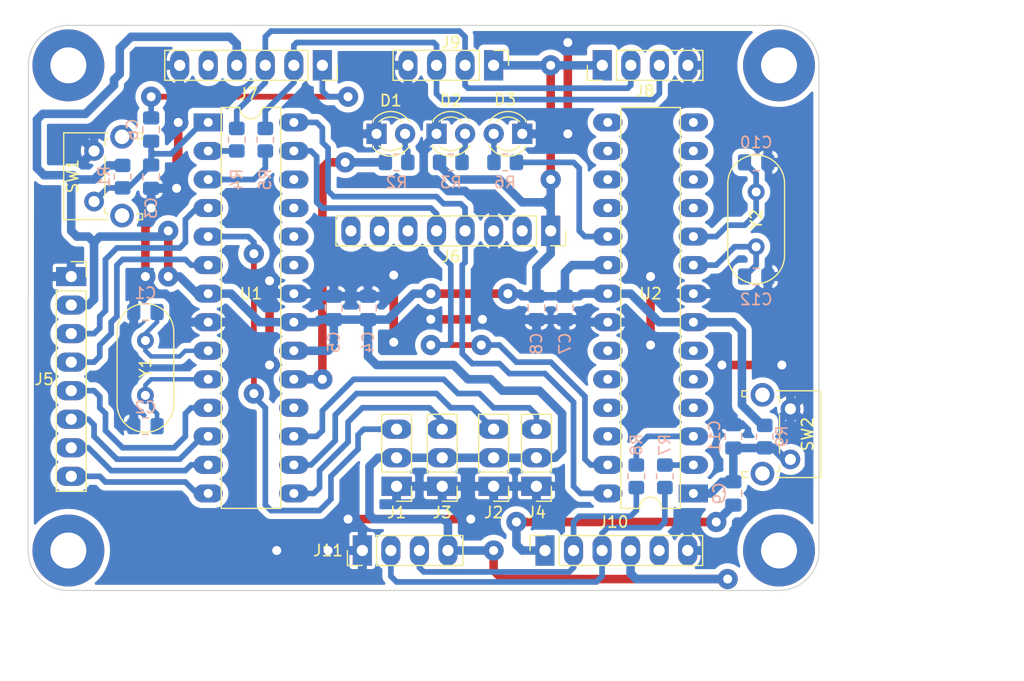
<source format=kicad_pcb>
(kicad_pcb (version 20221018) (generator pcbnew)
  (layers (0 "F.Cu" signal) (31 "B.Cu" signal) (34 "B.Paste" user) (35 "F.Paste" user) (36 "B.SilkS" user "B.Silkscreen") (37 "F.SilkS" user "F.Silkscreen") (38 "B.Mask" user) (39 "F.Mask" user) (44 "Edge.Cuts" user))
  (net 0 "")
  (net 1 "Net-(U1-XTAL1{slash}PB6)")
  (net 2 "GND")
  (net 3 "Net-(U1-XTAL2{slash}PB7)")
  (net 4 "/MAIN CONTROLLER/RST")
  (net 5 "+5V")
  (net 6 "/MAIN CONTROLLER/DTR")
  (net 7 "/GPS/DTR")
  (net 8 "/GPS/RST")
  (net 9 "Net-(U2-XTAL2{slash}PB7)")
  (net 10 "Net-(U2-XTAL1{slash}PB6)")
  (net 11 "Net-(D1-A)")
  (net 12 "Net-(D2-A)")
  (net 13 "Net-(D3-A)")
  (net 14 "/MAIN CONTROLLER/D3")
  (net 15 "/MAIN CONTROLLER/D10")
  (net 16 "/MAIN CONTROLLER/D9")
  (net 17 "/MAIN CONTROLLER/D11")
  (net 18 "/MAIN CONTROLLER/D2")
  (net 19 "/MAIN CONTROLLER/D4")
  (net 20 "/MAIN CONTROLLER/D5")
  (net 21 "/MAIN CONTROLLER/D6")
  (net 22 "/MAIN CONTROLLER/D7")
  (net 23 "/MAIN CONTROLLER/D8")
  (net 25 "SCL")
  (net 26 "SDA")
  (net 30 "/MAIN CONTROLLER/TX")
  (net 31 "/MAIN CONTROLLER/RX")
  (net 33 "/GPS/TX")
  (net 34 "/GPS/RX")
  (net 36 "/MAIN CONTROLLER/SCK")
  (net 37 "Net-(U1-PD0)")
  (net 38 "Net-(U1-PD1)")
  (net 39 "/GPS/SCK")
  (net 40 "Net-(U2-PD0)")
  (net 41 "Net-(U2-PD1)")
  (net 42 "/MAIN CONTROLLER/MISO")
  (net 43 "/MAIN CONTROLLER/A0")
  (net 44 "/MAIN CONTROLLER/A1")
  (net 45 "/MAIN CONTROLLER/A2")
  (net 46 "/MAIN CONTROLLER/A3")
  (net 47 "/GPS/D2")
  (net 48 "/GPS/D3")
  (net 49 "/GPS/D4")
  (net 50 "/GPS/D5")
  (net 51 "/GPS/D6")
  (net 52 "/GPS/D7")
  (net 53 "/GPS/D8")
  (net 54 "/GPS/D9")
  (net 55 "/GPS/D10")
  (net 56 "/GPS/MOSI")
  (net 57 "/GPS/MISO")
  (net 58 "/GPS/A0")
  (net 59 "/GPS/A1")
  (net 60 "/GPS/A2")
  (net 61 "/GPS/A3")
  (footprint "MountingHole:MountingHole_3.2mm_M3_Pad" (layer "F.Cu") (at 81.534 58.42)
    (fp_text reference "H1" hide)
    (fp_text value "MountingHole")
  )
  (footprint "Button_Switch_THT:SW_Tactile_SPST_Angled_PTS645Vx58-2LFS" (layer "F.Cu") (at 145.796 88.9935 -90)
    (fp_text reference "SW2")
    (fp_text value "SW_SPST")
  )
  (footprint "Connector_PinSocket_2.54mm:PinSocket_1x06_P2.54mm_Vertical" (layer "F.Cu") (at 123.952 101.6 90)
    (fp_text reference "J10")
    (fp_text value "FTDI BREAKOUT BOARD")
  )
  (footprint "Connector_PinHeader_2.54mm:PinHeader_1x04_P2.54mm_Vertical" (layer "F.Cu") (at 107.696 101.6 90)
    (fp_text reference "J11")
    (fp_text value "GPS INPUT")
  )
  (footprint "LED_THT:LED_D3.0mm" (layer "F.Cu") (at 114.3 64.516)
    (fp_text reference "D2")
    (fp_text value "LED_Small")
  )
  (footprint "Connector_PinSocket_2.54mm:PinSocket_1x08_P2.54mm_Vertical" (layer "F.Cu") (at 81.788 77.216)
    (fp_text reference "J5")
    (fp_text value "RC TRANSMITTER")
  )
  (footprint "Package_DIP:DIP-28_W7.62mm" (layer "F.Cu") (at 137.16 96.52 180)
    (fp_text reference "U2")
    (fp_text value "ATmega328P-P")
  )
  (footprint "Package_DIP:DIP-28_W7.62mm" (layer "F.Cu") (at 93.98 63.5)
    (fp_text reference "U1")
    (fp_text value "ATmega328P-P")
  )
  (footprint "Connector_PinHeader_2.54mm:PinHeader_1x04_P2.54mm_Vertical" (layer "F.Cu") (at 119.38 58.42 -90)
    (fp_text reference "J9")
    (fp_text value "TRANSMITTER 2")
  )
  (footprint "Connector_PinSocket_2.54mm:PinSocket_1x06_P2.54mm_Vertical" (layer "F.Cu") (at 104.14 58.42 -90)
    (fp_text reference "J7")
    (fp_text value "FTDI")
  )
  (footprint "Crystal:Crystal_HC49-4H_Vertical" (layer "F.Cu") (at 88.392 87.794 90)
    (fp_text reference "Y1")
    (fp_text value "CRYSTAL 16MHz")
  )
  (footprint "Connector_PinSocket_2.54mm:PinSocket_1x08_P2.54mm_Vertical" (layer "F.Cu") (at 124.46 73.152 -90)
    (fp_text reference "J6")
    (fp_text value "IMU GY88-A")
  )
  (footprint "Button_Switch_THT:SW_Tactile_SPST_Angled_PTS645Vx58-2LFS" (layer "F.Cu") (at 83.82 70.54 90)
    (fp_text reference "SW1")
    (fp_text value "SW_SPST")
  )
  (footprint "Connector_PinHeader_2.54mm:PinHeader_1x03_P2.54mm_Vertical" (layer "F.Cu") (at 110.744 95.885 180)
    (fp_text reference "J1")
    (fp_text value "Conn_01x03_Pin")
  )
  (footprint "Connector_PinHeader_2.54mm:PinHeader_1x03_P2.54mm_Vertical" (layer "F.Cu") (at 114.808 95.885 180)
    (fp_text reference "J3")
    (fp_text value "Conn_01x03_Pin")
  )
  (footprint "LED_THT:LED_D3.0mm" (layer "F.Cu") (at 121.93 64.516 180)
    (fp_text reference "D3")
    (fp_text value "LED_Small")
  )
  (footprint "Connector_PinHeader_2.54mm:PinHeader_1x03_P2.54mm_Vertical" (layer "F.Cu") (at 123.19 95.885 180)
    (fp_text reference "J4")
    (fp_text value "Conn_01x03_Pin")
  )
  (footprint "Crystal:Crystal_HC49-4H_Vertical" (layer "F.Cu") (at 142.748 69.686 -90)
    (fp_text reference "Y2")
    (fp_text value "16 MHz")
  )
  (footprint "Connector_PinHeader_2.54mm:PinHeader_1x03_P2.54mm_Vertical" (layer "F.Cu") (at 119.38 95.885 180)
    (fp_text reference "J2")
    (fp_text value "Conn_01x03_Pin")
  )
  (footprint "Connector_PinHeader_2.54mm:PinHeader_1x04_P2.54mm_Vertical" (layer "F.Cu") (at 129.052 58.42 90)
    (fp_text reference "J8")
    (fp_text value "TRANSMITTER 1")
  )
  (footprint "MountingHole:MountingHole_3.2mm_M3_Pad" (layer "F.Cu") (at 81.534 101.6)
    (fp_text reference "H4" hide)
    (fp_text value "MountingHole")
  )
  (footprint "LED_THT:LED_D3.0mm" (layer "F.Cu") (at 108.961 64.516)
    (fp_text reference "D1")
    (fp_text value "LED_Small")
  )
  (footprint "MountingHole:MountingHole_3.2mm_M3_Pad" (layer "F.Cu") (at 144.78 58.42)
    (fp_text reference "H2" hide)
    (fp_text value "MountingHole")
  )
  (footprint "MountingHole:MountingHole_3.2mm_M3_Pad" (layer "F.Cu") (at 144.78 101.6)
    (fp_text reference "H3" hide)
    (fp_text value "MountingHole")
  )
  (footprint "Capacitor_SMD:C_0805_2012Metric_Pad1.18x1.45mm_HandSolder" (layer "B.Cu") (at 123.19 80.01 -90)
    (fp_text reference "C8")
    (fp_text value "10uF")
  )
  (footprint "Capacitor_SMD:C_0805_2012Metric_Pad1.18x1.45mm_HandSolder" (layer "B.Cu") (at 88.392 90.534 180)
    (fp_text reference "C2")
    (fp_text value "22nF")
  )
  (footprint "Resistor_SMD:R_0805_2012Metric_Pad1.20x1.40mm_HandSolder" (layer "B.Cu") (at 134.62 94.996 -90)
    (fp_text reference "R7")
    (fp_text value "1K")
  )
  (footprint "Resistor_SMD:R_0805_2012Metric_Pad1.20x1.40mm_HandSolder" (layer "B.Cu") (at 132.08 94.996 -90)
    (fp_text reference "R8")
    (fp_text value "1K")
  )
  (footprint "Capacitor_SMD:C_0805_2012Metric_Pad1.18x1.45mm_HandSolder" (layer "B.Cu") (at 125.73 80.01 -90)
    (fp_text reference "C7")
    (fp_text value "100nF")
  )
  (footprint "Resistor_SMD:R_0805_2012Metric_Pad1.20x1.40mm_HandSolder" (layer "B.Cu") (at 110.744 67.056)
    (fp_text reference "R2")
    (fp_text value "330R")
  )
  (footprint "Resistor_SMD:R_0805_2012Metric_Pad1.20x1.40mm_HandSolder" (layer "B.Cu") (at 99.06 65.04 90)
    (fp_text reference "R5")
    (fp_text value "1K")
  )
  (footprint "Capacitor_SMD:C_0805_2012Metric_Pad1.18x1.45mm_HandSolder" (layer "B.Cu") (at 140.716 91.44 -90)
    (fp_text reference "C11")
    (fp_text value "100nF")
  )
  (footprint "Resistor_SMD:R_0805_2012Metric_Pad1.20x1.40mm_HandSolder" (layer "B.Cu") (at 143.51 91.4615 -90)
    (fp_text reference "R9")
    (fp_text value "10K")
  )
  (footprint "Capacitor_SMD:C_0805_2012Metric_Pad1.18x1.45mm_HandSolder" (layer "B.Cu") (at 108.204 80.01 90)
    (fp_text reference "C4")
    (fp_text value "10uF")
  )
  (footprint "Resistor_SMD:R_0805_2012Metric_Pad1.20x1.40mm_HandSolder" (layer "B.Cu") (at 115.57 67.056)
    (fp_text reference "R3")
    (fp_text value "330R")
  )
  (footprint "Resistor_SMD:R_0805_2012Metric_Pad1.20x1.40mm_HandSolder" (layer "B.Cu") (at 96.52 65.04 90)
    (fp_text reference "R4")
    (fp_text value "1K")
  )
  (footprint "Capacitor_SMD:C_0805_2012Metric_Pad1.18x1.45mm_HandSolder" (layer "B.Cu") (at 105.156 80.01 90)
    (fp_text reference "C5")
    (fp_text value "100nF")
  )
  (footprint "Capacitor_SMD:C_0805_2012Metric_Pad1.18x1.45mm_HandSolder" (layer "B.Cu") (at 142.748 67.056)
    (fp_text reference "C10")
    (fp_text value "22pF")
  )
  (footprint "Capacitor_SMD:C_0805_2012Metric_Pad1.18x1.45mm_HandSolder" (layer "B.Cu") (at 88.9 68.326 -90)
    (fp_text reference "C3")
    (fp_text value "100nF")
  )
  (footprint "Capacitor_SMD:C_0805_2012Metric_Pad1.18x1.45mm_HandSolder" (layer "B.Cu") (at 88.392 80.374 180)
    (fp_text reference "C1")
    (fp_text value "22nF")
  )
  (footprint "Resistor_SMD:R_0805_2012Metric_Pad1.20x1.40mm_HandSolder" (layer "B.Cu") (at 86.36 68.326 -90)
    (fp_text reference "R1")
    (fp_text value "10K")
  )
  (footprint "Capacitor_SMD:C_0805_2012Metric_Pad1.18x1.45mm_HandSolder" (layer "B.Cu") (at 88.9 64.135 -90)
    (fp_text reference "C6")
    (fp_text value "100nF")
  )
  (footprint "Resistor_SMD:R_0805_2012Metric_Pad1.20x1.40mm_HandSolder" (layer "B.Cu") (at 120.412 67.056 180)
    (fp_text reference "R6")
    (fp_text value "330R")
  )
  (footprint "Capacitor_SMD:C_0805_2012Metric_Pad1.18x1.45mm_HandSolder" (layer "B.Cu") (at 140.716 96.52 90)
    (fp_text reference "C9")
    (fp_text value "100nF")
  )
  (footprint "Capacitor_SMD:C_0805_2012Metric_Pad1.18x1.45mm_HandSolder" (layer "B.Cu") (at 142.748 77.216)
    (fp_text reference "C12")
    (fp_text value "22pF")
  )
  (gr_arc (start 81.508472 105.156) (mid 78.994 104.114472) (end 77.952472 101.6) (stroke (width 0.1)) (layer "Edge.Cuts"))
  (gr_arc (start 77.978 58.42) (mid 79.019528 55.905528) (end 81.534 54.864) (stroke (width 0.1)) (layer "Edge.Cuts"))
  (gr_line (start 148.336 101.6) (end 148.336 58.42) (stroke (width 0.1)) (layer "Edge.Cuts"))
  (gr_line (start 77.978 58.42) (end 77.952472 101.6) (stroke (width 0.1)) (layer "Edge.Cuts"))
  (gr_arc (start 144.78 54.864) (mid 147.294472 55.905528) (end 148.336 58.42) (stroke (width 0.1)) (layer "Edge.Cuts"))
  (gr_line (start 81.534 54.864) (end 144.78 54.864) (stroke (width 0.1)) (layer "Edge.Cuts"))
  (gr_arc (start 148.336 101.6) (mid 147.294472 104.114472) (end 144.78 105.156) (stroke (width 0.1)) (layer "Edge.Cuts"))
  (gr_line (start 144.78 105.156) (end 81.508472 105.156) (stroke (width 0.1)) (layer "Edge.Cuts"))
  (segment (start 88.392 82.914) (end 88.392 82.296) (width 0.4) (layer "B.Cu") (net 1))
  (segment (start 89.4295 81.2585) (end 89.4295 80.374) (width 0.4) (layer "B.Cu") (net 1))
  (segment (start 88.392 82.296) (end 89.4295 81.2585) (width 0.4) (layer "B.Cu") (net 1))
  (segment (start 88.392 83.82) (end 88.9 84.328) (width 0.4) (layer "B.Cu") (net 1))
  (segment (start 91.948 83.82) (end 93.98 83.82) (width 0.4) (layer "B.Cu") (net 1))
  (segment (start 91.44 84.328) (end 91.948 83.82) (width 0.4) (layer "B.Cu") (net 1))
  (segment (start 88.9 84.328) (end 91.44 84.328) (width 0.4) (layer "B.Cu") (net 1))
  (segment (start 88.392 82.914) (end 88.392 83.82) (width 0.4) (layer "B.Cu") (net 1))
  (segment (start 91.313 63.5) (end 91.313 66.421) (width 0.762) (layer "F.Cu") (net 2))
  (segment (start 139.7 85.09) (end 145.034 85.09) (width 0.762) (layer "F.Cu") (net 2))
  (segment (start 91.1645 66.5695) (end 91.313 66.421) (width 0.762) (layer "F.Cu") (net 2))
  (segment (start 125.984 56.388) (end 125.984 64.516) (width 0.762) (layer "F.Cu") (net 2))
  (segment (start 110.49 77.089) (end 110.49 83.058) (width 0.762) (layer "F.Cu") (net 2))
  (segment (start 117.348 98.806) (end 106.426 98.806) (width 0.762) (layer "F.Cu") (net 2))
  (segment (start 133.35 83.312) (end 133.35 77.216) (width 0.762) (layer "F.Cu") (net 2))
  (segment (start 118.3894 81.030651) (end 113.792 81.026) (width 0.762) (layer "F.Cu") (net 2))
  (segment (start 104.648 101.6) (end 100.076 101.6) (width 0.762) (layer "F.Cu") (net 2))
  (segment (start 91.1645 69.3635) (end 91.1645 66.5695) (width 0.762) (layer "F.Cu") (net 2))
  (segment (start 88.392 77.216) (end 88.392 72.771) (width 0.762) (layer "F.Cu") (net 2))
  (segment (start 88.9 72.263) (end 88.9 71.12) (width 0.762) (layer "F.Cu") (net 2))
  (segment (start 99.441 85.09) (end 99.441 77.597) (width 0.762) (layer "F.Cu") (net 2))
  (segment (start 88.392 72.771) (end 88.9 72.263) (width 0.762) (layer "F.Cu") (net 2))
  (via (at 110.49 83.058) (size 1.8) (drill 0.8) (layers "F.Cu" "B.Cu") (net 2))
  (via (at 88.9 71.12) (size 1.8) (drill 0.8) (layers "F.Cu" "B.Cu") (net 2))
  (via (at 125.984 64.516) (size 1.8) (drill 0.8) (layers "F.Cu" "B.Cu") (net 2))
  (via (at 110.49 77.089) (size 1.8) (drill 0.8) (layers "F.Cu" "B.Cu") (net 2))
  (via (at 104.648 101.6) (size 1.8) (drill 0.8) (layers "F.Cu" "B.Cu") (net 2))
  (via (at 133.35 77.216) (size 1.8) (drill 0.8) (layers "F.Cu" "B.Cu") (net 2))
  (via (at 99.441 85.09) (size 1.8) (drill 0.8) (layers "F.Cu" "B.Cu") (net 2))
  (via (at 100.076 101.6) (size 1.8) (drill 0.8) (layers "F.Cu" "B.Cu") (net 2))
  (via (at 91.313 63.5) (size 1.8) (drill 0.8) (layers "F.Cu" "B.Cu") (net 2))
  (via (at 88.392 77.216) (size 1.8) (drill 0.8) (layers "F.Cu" "B.Cu") (net 2))
  (via (at 113.792 81.026) (size 1.8) (drill 0.8) (layers "F.Cu" "B.Cu") (net 2))
  (via (at 125.984 56.388) (size 1.8) (drill 0.8) (layers "F.Cu" "B.Cu") (net 2))
  (via (at 133.35 83.312) (size 1.8) (drill 0.8) (layers "F.Cu" "B.Cu") (net 2))
  (via (at 106.426 98.806) (size 1.8) (drill 0.8) (layers "F.Cu" "B.Cu") (net 2))
  (via (at 145.034 85.09) (size 1.8) (drill 0.8) (layers "F.Cu" "B.Cu") (net 2))
  (via (at 91.1645 69.3635) (size 1.8) (drill 0.8) (layers "F.Cu" "B.Cu") (net 2))
  (via (at 139.7 85.09) (size 1.8) (drill 0.8) (layers "F.Cu" "B.Cu") (net 2))
  (via (at 118.3894 81.030651) (size 1.8) (drill 0.8) (layers "F.Cu" "B.Cu") (net 2))
  (via (at 117.348 98.806) (size 1.8) (drill 0.8) (layers "F.Cu" "B.Cu") (net 2))
  (via (at 99.441 77.597) (size 1.8) (drill 0.8) (layers "F.Cu" "B.Cu") (net 2))
  (segment (start 97.155 101.6) (end 86.36 101.6) (width 0.762) (layer "B.Cu") (net 2))
  (segment (start 121.93 63.002) (end 121.539 62.611) (width 0.762) (layer "B.Cu") (net 2))
  (segment (start 129.54 81.28) (end 127 81.28) (width 0.762) (layer "B.Cu") (net 2))
  (segment (start 107.696 101.6) (end 104.648 101.6) (width 0.762) (layer "B.Cu") (net 2))
  (segment (start 113.284 68.58) (end 113.157 68.453) (width 0.762) (layer "B.Cu") (net 2))
  (segment (start 125.984 56.388) (end 127 56.388) (width 0.762) (layer "B.Cu") (net 2))
  (segment (start 91.44 62.484) (end 91.44 58.42) (width 0.762) (layer "B.Cu") (net 2))
  (segment (start 114.681 62.611) (end 114.3 62.611) (width 0.762) (layer "B.Cu") (net 2))
  (segment (start 132.207 81.28) (end 129.54 81.28) (width 0.762) (layer "B.Cu") (net 2))
  (segment (start 147.447 92.075) (end 147.447 95.377) (width 0.762) (layer "B.Cu") (net 2))
  (segment (start 90.17 78.74) (end 87.884 78.74) (width 0.762) (layer "B.Cu") (net 2))
  (segment (start 96.266 81.788) (end 95.758 81.28) (width 0.762) (layer "B.Cu") (net 2))
  (segment (start 113.792 81.026) (end 113.03 81.026) (width 0.762) (layer "B.Cu") (net 2))
  (segment (start 147.447 95.377) (end 145.923 96.901) (width 0.762) (layer "B.Cu") (net 2))
  (segment (start 121.93 64.516) (end 121.93 63.002) (width 0.762) (layer "B.Cu") (net 2))
  (segment (start 99.441 85.09) (end 96.774 85.09) (width 0.762) (layer "B.Cu") (net 2))
  (segment (start 113.792 62.484) (end 112.649 62.484) (width 0.762) (layer "B.Cu") (net 2))
  (segment (start 113.792 62.484) (end 114.173 62.484) (width 0.762) (layer "B.Cu") (net 2))
  (segment (start 112.141 81.915) (end 111.633 81.915) (width 0.762) (layer "B.Cu") (net 2))
  (segment (start 119.38 76.454) (end 119.38 73.152) (width 0.762) (layer "B.Cu") (net 2))
  (segment (start 97.155 101.6) (end 97.536 101.219) (width 0.762) (layer "B.Cu") (net 2))
  (segment (start 137.16 78.74) (end 133.985 78.74) (width 0.762) (layer "B.Cu") (net 2))
  (segment (start 96.266 85.598) (end 96.266 84.582) (width 0.762) (layer "B.Cu") (net 2))
  (segment (start 87.3545 77.7455) (end 87.376 77.724) (width 0.762) (layer "B.Cu") (net 2))
  (segment (start 87.3545 90.534) (end 87.3545 89.1325) (width 0.762) (layer "B.Cu") (net 2))
  (segment (start 140.208 101.6) (end 136.652 101.6) (width 0.762) (layer "B.Cu") (net 2))
  (segment (start 83.82 64.008) (end 83.82 66.04) (width 0.762) (layer "B.Cu") (net 2))
  (segment (start 145.034 85.09) (end 145.796 85.852) (width 0.762) (layer "B.Cu") (net 2))
  (segment (start 88.9 69.3635) (end 88.9 71.12) (width 0.762) (layer "B.Cu") (net 2))
  (segment (start 111.76 61.976) (end 111.76 58.42) (width 0.762) (layer "B.Cu") (net 2))
  (segment (start 136.672 58.42) (end 136.672 60.432) (width 0.762) (layer "B.Cu") (net 2))
  (segment (start 112.649 62.484) (end 111.252 62.484) (width 0.762) (layer "B.Cu") (net 2))
  (segment (start 123.19 95.885) (end 119.38 95.885) (width 0.762) (layer "B.Cu") (net 2))
  (segment (start 103.8645 78.9725) (end 103.632 78.74) (width 0.762) (layer "B.Cu") (net 2))
  (segment (start 145.288 67.564) (end 144.78 67.056) (width 0.762) (layer "B.Cu") (net 2))
  (segment (start 91.44 58.42) (end 87.884 58.42) (width 0.762) (layer "B.Cu") (net 2))
  (segment (start 139.192 78.74) (end 137.16 78.74) (width 0.762) (layer "B.Cu") (net 2))
  (segment (start 109.728 62.484) (end 108.961 63.251) (width 0.762) (layer "B.Cu") (net 2))
  (segment (start 143.7855 78.7185) (end 143.256 79.248) (width 0.762) (layer "B.Cu") (net 2))
  (segment (start 140.716 99.822) (end 140.716 101.092) (width 0.762) (layer "B.Cu") (net 2))
  (segment (start 125.984 64.516) (end 121.93 64.516) (width 0.762) (layer "B.Cu") (net 2))
  (segment (start 85.852 100.076) (end 82.804 97.028) (width 0.762) (layer "B.Cu") (net 2))
  (segment (start 82.804 97.028) (end 79.756 97.028) (width 0.762) (layer "B.Cu") (net 2))
  (segment (start 95.758 81.28) (end 93.98 81.28) (width 0.762) (layer "B.Cu") (net 2))
  (segment (start 113.157 65.659) (end 114.3 64.516) (width 0.762) (layer "B.Cu") (net 2))
  (segment (start 99.441 77.597) (end 100.076 78.74) (width 0.762) (layer "B.Cu") (net 2))
  (segment (start 119.38 95.885) (end 115.57 95.885) (width 0.762) (layer "B.Cu") (net 2))
  (segment (start 136.672 57.424) (end 136.652 57.404) (width 0.762) (layer "B.Cu") (net 2))
  (segment (start 97.536 89.662) (end 97.536 101.219) (width 0.762) (layer "B.Cu") (net 2))
  (segment (start 87.884 58.42) (end 87.376 58.928) (width 0.762) (layer "B.Cu") (net 2))
  (segment (start 87.3545 78.2535) (end 87.376 78.232) (width 0.762) (layer "B.Cu") (net 2))
  (segment (start 114.3 68.58) (end 113.284 68.58) (width 0.762) (layer "B.Cu") (net 2))
  (segment (start 86.614 82.296) (end 86.614 88.392) (width 0.762) (layer "B.Cu") (net 2))
  (segment (start 86.36 101.6) (end 85.852 101.092) (width 0.762) (layer "B.Cu") (net 2))
  (segment (start 113.157 68.453) (end 113.157 65.659) (width 0.762) (layer "B.Cu") (net 2))
  (segment (start 87.3545 89.1325) (end 86.614 88.392) (width 0.762) (layer "B.Cu") (net 2))
  (segment (start 118.3894 81.030651) (end 119.4015 81.0475) (width 0.762) (layer "B.Cu") (net 2))
  (segment (start 139.7 79.248) (end 139.192 78.74) (width 0.762) (layer "B.Cu") (net 2))
  (segment (start 133.35 78.105) (end 133.35 77.216) (width 0.762) (layer "B.Cu") (net 2))
  (segment (start 105.156 78.9725) (end 103.8645 78.9725) (width 0.762) (layer "B.Cu") (net 2))
  (segment (start 121.539 62.611) (end 114.681 62.611) (width 0.762) (layer "B.Cu") (net 2))
  (segment (start 87.376 58.928) (end 87.376 59.944) (width 0.762) (layer "B.Cu") (net 2))
  (segment (start 79.756 97.028) (end 79.248 96.52) (width 0.762) (layer "B.Cu") (net 2))
  (segment (start 93.98 81.28) (end 91.44 81.28) (width 0.762) (layer "B.Cu") (net 2))
  (segment (start 145.288 76.708) (end 145.288 67.564) (width 0.762) (layer "B.Cu") (net 2))
  (segment (start 86.995 60.325) (end 87.376 59.944) (width 0.762) (layer "B.Cu") (net 2))
  (segment (start 87.884 78.74) (end 87.376 78.232) (width 0.762) (layer "B.Cu") (net 2))
  (segment (start 96.266 84.582) (end 96.266 81.788) (width 0.762) (layer "B.Cu") (net 2))
  (segment (start 116.84 69.596) (end 115.316 69.596) (width 0.762) (layer "B.Cu") (net 2))
  (segment (start 119.38 73.152) (end 119.38 70.612) (width 0.762) (layer "B.Cu") (net 2))
  (segment (start 90.932 79.502) (end 90.17 78.74) (width 0.762) (layer "B.Cu") (net 2))
  (segment (start 125.73 81.0475) (end 126.7675 81.0475) (width 0.762) (layer "B.Cu") (net 2))
  (segment (start 86.995 60.833) (end 86.995 60.325) (width 0.762) (layer "B.Cu") (net 2))
  (segment (start 87.3545 78.74) (end 87.3545 78.2535) (width 0.762) (layer "B.Cu") (net 2))
  (segment (start 108.961 63.251) (end 108.961 64.516) (width 0.762) (layer "B.Cu") (net 2))
  (segment (start 139.7 85.09) (end 139.7 89.408) (width 0.762) (layer "B.Cu") (net 2))
  (segment (start 139.7 89.408) (end 140.6945 90.4025) (width 0.762) (layer "B.Cu") (net 2))
  (segment (start 136.672 60.432) (end 133.35 63.754) (width 0.762) (layer "B.Cu") (net 2))
  (segment (start 87.3545 80.374) (end 87.3545 81.5555) (width 0.762) (layer "B.Cu") (net 2))
  (segment (start 133.35 82.423) (end 132.207 81.28) (width 0.762) (layer "B.Cu") (net 2))
  (segment (start 143.410609 79.756) (end 143.410609 84.736609) (width 0.762) (layer "B.Cu") (net 2))
  (segment (start 143.256 79.248) (end 139.7 79.248) (width 0.762) (layer "B.Cu") (net 2))
  (segment (start 96.266 88.392) (end 97.536 89.662) (width 0.762) (layer "B.Cu") (net 2))
  (segment (start 140.716 101.092) (end 140.208 101.6) (width 0.762) (layer "B.Cu") (net 2))
  (segment (start 96.266 85.598) (end 96.266 88.392) (width 0.762) (layer "B.Cu") (net 2))
  (segment (start 108.204 78.9725) (end 105.156 78.9725) (width 0.762) (layer "B.Cu") (net 2))
  (segment (start 87.3545 81.5555) (end 86.614 82.296) (width 0.762) (layer "B.Cu") (net 2))
  (segment (start 133.985 78.74) (end 133.35 78.105) (width 0.762) (layer "B.Cu") (net 2))
  (segment (start 145.796 85.852) (end 145.796 88.9935) (width 0.762) (layer "B.Cu") (net 2))
  (segment (start 118.3894 77.4446) (end 119.38 76.454) (width 0.762) (layer "B.Cu") (net 2))
  (segment (start 90.932 80.772) (end 90.932 79.502) (width 0.762) (layer "B.Cu") (net 2))
  (segment (start 119.38 70.612) (end 118.872 70.104) (width 0.762) (layer "B.Cu") (net 2))
  (segment (start 87.884 77.216) (end 87.376 77.724) (width 0.762) (layer "B.Cu") (net 2))
  (segment (start 91.1645 69.3635) (end 88.9 69.3635) (width 0.762) (layer "B.Cu") (net 2))
  (segment (start 88.392 77.216) (end 87.884 77.216) (width 0.762) (layer "B.Cu") (net 2))
  (segment (start 143.7855 77.216) (end 144.78 77.216) (width 0.762) (layer "B.Cu") (net 2))
  (segment (start 136.144 55.88) (end 127.508 55.88) (width 0.762) (layer "B.Cu") (net 2))
  (segment (start 79.248 77.724) (end 79.756 77.216) (width 0.762) (layer "B.Cu") (net 2))
  (segment (start 145.796 88.9935) (end 145.796 90.424) (width 0.762) (layer "B.Cu") (net 2))
  (segment (start 143.410609 84.736609) (end 143.764 85.09) (width 0.762) (layer "B.Cu") (net 2))
  (segment (start 103.632 78.74) (end 101.6 78.74) (width 0.762) (layer "B.Cu") (net 2))
  (segment (start 114.173 62.484) (end 114.3 62.611) (width 0.762) (layer "B.Cu") (net 2))
  (segment (start 79.248 96.52) (end 79.248 77.724) (width 0.762) (layer "B.Cu") (net 2))
  (segment (start 87.3545 80.374) (end 87.3545 79.2695) (width 0.762) (layer "B.Cu") (net 2))
  (segment (start 97.155 101.6) (end 97.917 101.6) (width 0.762) (layer "B.Cu") (net 2))
  (segment (start 143.764 85.09) (end 145.034 85.09) (width 0.762) (layer "B.Cu") (net 2))
  (segment (start 115.316 69.596) (end 114.3 68.58) (width 0.762) (layer "B.Cu") (net 2))
  (segment (start 111.633 81.915) (end 110.49 83.058) (width 0.762) (layer "B.Cu") (net 2))
  (segment (start 145.796 90.424) (end 147.447 92.075) (width 0.762) (layer "B.Cu") (net 2))
  (segment (start 100.076 78.74) (end 101.6 78.74) (width 0.762) (layer "B.Cu") (net 2))
  (segment (start 87.376 78.232) (end 87.376 77.724) (width 0.762) (layer "B.Cu") (net 2))
  (segment (start 114.3 64.516) (end 114.3 62.992) (width 0.762) (layer "B.Cu") (net 2))
  (segment (start 91.44 81.28) (end 90.932 80.772) (width 0.762) (layer "B.Cu") (net 2))
  (segment (start 96.774 85.09) (end 96.266 84.582) (width 0.762) (layer "B.Cu") (net 2))
  (segment (start 118.3894 81.030651) (end 118.3894 77.4446) (width 0.762) (layer "B.Cu") (net 2))
  (segment (start 97.536 101.219) (end 97.917 101.6) (width 0.762) (layer "B.Cu") (net 2))
  (segment (start 96.266 85.598) (end 96.774 85.09) (width 0.762) (layer "B.Cu") (net 2))
  (segment (start 91.313 63.5) (end 91.44 62.484) (width 0.762) (layer "B.Cu") (net 2))
  (segment (start 85.852 101.092) (end 85.852 100.076) (width 0.762) (layer "B.Cu") (net 2))
  (segment (start 140.6945 90.4025) (end 140.716 90.4025) (width 0.762) (layer "B.Cu") (net 2))
  (segment (start 143.410609 79.756) (end 143.256 79.248) (width 0.762) (layer "B.Cu") (net 2))
  (segment (start 125.73 81.0475) (end 123.19 81.0475) (width 0.762) (layer "B.Cu") (net 2))
  (segment (start 144.78 67.056) (end 143.7855 67.056) (width 0.762) (layer "B.Cu") (net 2))
  (segment (start 144.78 77.216) (end 145.288 76.708) (width 0.762) (layer "B.Cu") (net 2))
  (segment (start 145.923 96.901) (end 143.637 96.901) (width 0.762) (layer "B.Cu") (net 2))
  (segment (start 112.268 62.484) (end 111.76 61.976) (width 0.762) (layer "B.Cu") (net 2))
  (segment (start 112.649 62.484) (end 112.268 62.484) (width 0.762) (layer "B.Cu") (net 2))
  (segment (start 113.03 81.026) (end 112.141 81.915) (width 0.762) (layer "B.Cu") (net 2))
  (segment (start 97.917 101.6) (end 100.076 101.6) (width 0.762) (layer "B.Cu") (net 2))
  (segment (start 87.3545 79.2695) (end 87.884 78.74) (width 0.762) (layer "B.Cu") (net 2))
  (segment (start 87.3545 78.74) (end 87.3545 77.7455) (width 0.762) (layer "B.Cu") (net 2))
  (segment (start 143.637 96.901) (end 140.716 99.822) (width 0.762) (layer "B.Cu") (net 2))
  (segment (start 79.756 77.216) (end 81.788 77.216) (width 0.762) (layer "B.Cu") (net 2))
  (segment (start 133.35 63.754) (end 133.35 77.216) (width 0.762) (layer "B.Cu") (net 2))
  (segment (start 115.57 95.885) (end 111.76 95.885) (width 0.762) (layer "B.Cu") (net 2))
  (segment (start 87.3545 79.2695) (end 87.3545 78.74) (width 0.762) (layer "B.Cu") (net 2))
  (segment (start 143.7855 77.216) (end 143.7855 78.7185) (width 0.762) (layer "B.Cu") (net 2))
  (segment (start 111.252 62.484) (end 109.728 62.484) (width 0.762) (layer "B.Cu") (net 2))
  (segment (start 136.672 58.42) (end 136.672 57.424) (width 0.762) (layer "B.Cu") (net 2))
  (segment (start 119.4015 81.0475) (end 123.19 81.0475) (width 0.762) (layer "B.Cu") (net 2))
  (segment (start 118.872 70.104) (end 117.348 70.104) (width 0.762) (layer "B.Cu") (net 2))
  (segment (start 114.3 62.992) (end 113.792 62.484) (width 0.762) (layer "B.Cu") (net 2))
  (segment (start 111.76 61.976) (end 111.252 62.484) (width 0.762) (layer "B.Cu") (net 2))
  (segment (start 136.652 57.404) (end 136.652 56.388) (width 0.762) (layer "B.Cu") (net 2))
  (segment (start 114.3 62.992) (end 114.681 62.611) (width 0.762) (layer "B.Cu") (net 2))
  (segment (start 126.7675 81.0475) (end 127 81.28) (width 0.762) (layer "B.Cu") (net 2))
  (segment (start 136.652 56.388) (end 136.144 55.88) (width 0.762) (layer "B.Cu") (net 2))
  (segment (start 117.348 70.104) (end 116.84 69.596) (width 0.762) (layer "B.Cu") (net 2))
  (segment (start 127 56.388) (end 127.508 55.88) (width 0.762) (layer "B.Cu") (net 2))
  (segment (start 133.35 83.312) (end 133.35 82.423) (width 0.762) (layer "B.Cu") (net 2))
  (segment (start 86.995 60.833) (end 83.82 64.008) (width 0.762) (layer "B.Cu") (net 2))
  (segment (start 89.4295 90.534) (end 89.4295 89.4295) (width 0.4) (layer "B.Cu") (net 3))
  (segment (start 88.392 87.794) (end 88.392 86.868) (width 0.4) (layer "B.Cu") (net 3))
  (segment (start 88.392 86.868) (end 88.9 86.36) (width 0.4) (layer "B.Cu") (net 3))
  (segment (start 88.9 88.302) (end 88.392 87.794) (width 0.4) (layer "B.Cu") (net 3))
  (segment (start 89.4295 89.4295) (end 88.9 88.9) (width 0.4) (layer "B.Cu") (net 3))
  (segment (start 88.9 86.36) (end 93.98 86.36) (width 0.4) (layer "B.Cu") (net 3))
  (segment (start 88.9 88.9) (end 88.9 88.302) (width 0.4) (layer "B.Cu") (net 3))
  (segment (start 88.9 67.2885) (end 88.9 66.548) (width 0.508) (layer "B.Cu") (net 4))
  (segment (start 90.678 66.294) (end 89.154 66.294) (width 0.508) (layer "B.Cu") (net 4))
  (segment (start 86.36 69.326) (end 86.8625 69.326) (width 0.508) (layer "B.Cu") (net 4))
  (segment (start 93.472 63.5) (end 90.678 66.294) (width 0.508) (layer "B.Cu") (net 4))
  (segment (start 86.36 69.326) (end 85.034 69.326) (width 0.508) (layer "B.Cu") (net 4))
  (segment (start 88.9 66.548) (end 89.154 66.294) (width 0.508) (layer "B.Cu") (net 4))
  (segment (start 88.9 66.04) (end 89.154 66.294) (width 0.508) (layer "B.Cu") (net 4))
  (segment (start 88.9 66.04) (end 88.9 66.548) (width 0.508) (layer "B.Cu") (net 4))
  (segment (start 85.034 69.326) (end 83.82 70.54) (width 0.508) (layer "B.Cu") (net 4))
  (segment (start 88.9 65.1725) (end 88.9 66.04) (width 0.508) (layer "B.Cu") (net 4))
  (segment (start 86.8625 69.326) (end 88.9 67.2885) (width 0.508) (layer "B.Cu") (net 4))
  (segment (start 93.98 63.5) (end 93.472 63.5) (width 0.508) (layer "B.Cu") (net 4))
  (segment (start 90.424 77.216) (end 90.424 73.152) (width 0.762) (layer "F.Cu") (net 5))
  (segment (start 119.38 103.378) (end 120.142 104.14) (width 0.762) (layer "F.Cu") (net 5))
  (segment (start 119.38 101.6) (end 119.38 103.378) (width 0.762) (layer "F.Cu") (net 5))
  (segment (start 120.65 78.74) (end 113.792 78.74) (width 0.762) (layer "F.Cu") (net 5))
  (segment (start 124.46 58.42) (end 124.46 68.58) (width 0.762) (layer "F.Cu") (net 5))
  (segment (start 120.142 104.14) (end 140.208 104.14) (width 0.762) (layer "F.Cu") (net 5))
  (via (at 90.424 73.152) (size 1.8) (drill 0.8) (layers "F.Cu" "B.Cu") (net 5))
  (via (at 124.46 58.42) (size 1.8) (drill 0.8) (layers "F.Cu" "B.Cu") (net 5))
  (via (at 119.38 101.6) (size 1.8) (drill 0.8) (layers "F.Cu" "B.Cu") (net 5))
  (via (at 113.792 78.74) (size 1.8) (drill 0.8) (layers "F.Cu" "B.Cu") (net 5))
  (via (at 140.208 104.14) (size 1.8) (drill 0.8) (layers "F.Cu" "B.Cu") (net 5))
  (via (at 124.46 68.58) (size 1.8) (drill 0.8) (layers "F.Cu" "B.Cu") (net 5))
  (via (at 90.424 77.216) (size 1.8) (drill 0.8) (layers "F.Cu" "B.Cu") (net 5))
  (via (at 120.65 78.74) (size 1.8) (drill 0.8) (layers "F.Cu" "B.Cu") (net 5))
  (segment (start 123.444 87.376) (end 120.142 87.376) (width 0.762) (layer "B.Cu") (net 5))
  (segment (start 83.312 73.66) (end 82.296 73.66) (width 0.762) (layer "B.Cu") (net 5))
  (segment (start 131.572 78.74) (end 129.54 78.74) (width 0.762) (layer "B.Cu") (net 5))
  (segment (start 124.46 73.152) (end 124.46 75.184) (width 0.762) (layer "B.Cu") (net 5))
  (segment (start 143.2935 90.4615) (end 141.478 88.646) (width 0.762) (layer "B.Cu") (net 5))
  (segment (start 109.093 93.345) (end 108.331 94.107) (width 0.762) (layer "B.Cu") (net 5))
  (segment (start 115.824 85.09) (end 108.966 85.09) (width 0.762) (layer "B.Cu") (net 5))
  (segment (start 108.712 98.806) (end 114.935 98.806) (width 0.762) (layer "B.Cu") (net 5))
  (segment (start 82.296 68.58) (end 83.82 68.58) (width 0.762) (layer "B.Cu") (net 5))
  (segment (start 96.52 56.515) (end 95.885 55.88) (width 0.762) (layer "B.Cu") (net 5))
  (segment (start 92.964 78.74) (end 91.948 77.724) (width 0.762) (layer "B.Cu") (net 5))
  (segment (start 119.888 68.58) (end 115.824 68.58) (width 0.762) (layer "B.Cu") (net 5))
  (segment (start 126.365 76.2) (end 129.54 76.2) (width 0.762) (layer "B.Cu") (net 5))
  (segment (start 85.598 60.198) (end 83.058 62.738) (width 0.762) (layer "B.Cu") (net 5))
  (segment (start 134.112 81.28) (end 131.572 78.74) (width 0.762) (layer "B.Cu") (net 5))
  (segment (start 83.058 62.738) (end 79.248 62.738) (width 0.762) (layer "B.Cu") (net 5))
  (segment (start 78.74 67.564) (end 79.375 68.199) (width 0.762) (layer "B.Cu") (net 5))
  (segment (start 101.6 83.82) (end 104.648 83.82) (width 0.762) (layer "B.Cu") (net 5))
  (segment (start 108.204 84.328) (end 108.966 85.09) (width 0.762) (layer "B.Cu") (net 5))
  (segment (start 131.572 101.6) (end 131.572 103.632) (width 0.762) (layer "B.Cu") (net 5))
  (segment (start 125.73 78.9725) (end 125.73 76.835) (width 0.762) (layer "B.Cu") (net 5))
  (segment (start 103.8645 81.0475) (end 103.632 81.28) (width 0.762) (layer "B.Cu") (net 5))
  (segment (start 123.952 70.612) (end 121.92 70.612) (width 0.762) (layer "B.Cu") (net 5))
  (segment (start 105.156 81.0475) (end 108.204 81.0475) (width 0.762) (layer "B.Cu") (net 5))
  (segment (start 79.248 62.738) (end 78.74 63.246) (width 0.762) (layer "B.Cu") (net 5))
  (segment (start 86.106 56.896) (end 86.106 59.182) (width 0.762) (layer "B.Cu") (net 5))
  (segment (start 119.38 101.6) (end 115.316 101.6) (width 0.762) (layer "B.Cu") (net 5))
  (segment (start 124.46 73.152) (end 124.46 71.12) (width 0.762) (layer "B.Cu") (net 5))
  (segment (start 122.6605 78.9725) (end 123.19 78.9725) (width 0.762) (layer "B.Cu") (net 5))
  (segment (start 115.316 99.187) (end 115.316 101.6) (width 0.762) (layer "B.Cu") (net 5))
  (segment (start 120.65 78.74) (end 121.6875 78.74) (width 0.762) (layer "B.Cu") (net 5))
  (segment (start 96.52 58.42) (end 96.52 56.515) (width 0.762) (layer "B.Cu") (net 5))
  (segment (start 85.074 67.326) (end 86.36 67.326) (width 0.762) (layer "B.Cu") (net 5))
  (segment (start 132.08 104.14) (end 140.208 104.14) (width 0.762) (layer "B.Cu") (net 5))
  (segment (start 84.328 73.66) (end 89.916 73.66) (width 0.762) (layer "B.Cu") (net 5))
  (segment (start 129.54 78.74) (end 127.2325 78.74) (width 0.762) (layer "B.Cu") (net 5))
  (segment (start 124.46 70.104) (end 124.46 71.12) (width 0.762) (layer "B.Cu") (net 5))
  (segment (start 98.552 81.28) (end 96.012 78.74) (width 0.762) (layer "B.Cu") (net 5))
  (segment (start 127.2325 78.74) (end 127 78.9725) (width 0.762) (layer "B.Cu") (net 5))
  (segment (start 81.788 69.088) (end 82.296 68.58) (width 0.762) (layer "B.Cu") (net 5))
  (segment (start 125.476 89.408) (end 123.444 87.376) (width 0.762) (layer "B.Cu") (net 5))
  (segment (start 95.885 55.88) (end 87.122 55.88) (width 0.762) (layer "B.Cu") (net 5))
  (segment (start 89.916 73.66) (end 90.424 73.152) (width 0.762) (layer "B.Cu") (net 5))
  (segment (start 109.9605 81.0475) (end 108.204 81.0475) (width 0.762) (layer "B.Cu") (net 5))
  (segment (start 120.142 87.376) (end 119.126 86.36) (width 0.762) (layer "B.Cu") (net 5))
  (segment (start 119.38 93.345) (end 115.57 93.345) (width 0.762) (layer "B.Cu") (net 5))
  (segment (start 123.19 93.345) (end 119.38 93.345) (width 0.762) (layer "B.Cu") (net 5))
  (segment (start 125.476 92.71) (end 125.476 89.408) (width 0.762) (layer "B.Cu") (net 5))
  (segment (start 123.952 75.692) (end 123.19 76.454) (width 0.762) (layer "B.Cu") (net 5))
  (segment (start 101.6 81.28) (end 98.552 81.28) (width 0.762) (layer "B.Cu") (net 5))
  (segment (start 93.98 78.74) (end 92.964 78.74) (width 0.762) (layer "B.Cu") (net 5))
  (segment (start 83.82 68.58) (end 85.074 67.326) (width 0.762) (layer "B.Cu") (net 5))
  (segment (start 83.82 74.168) (end 84.328 73.66) (width 0.762) (layer "B.Cu") (net 5))
  (segment (start 105.156 81.0475) (end 103.8645 81.0475) (width 0.762) (layer "B.Cu") (net 5))
  (segment (start 125.73 78.9725) (end 123.19 78.9725) (width 0.762) (layer "B.Cu") (net 5))
  (segment (start 141.478 82.042) (end 140.716 81.28) (width 0.762) (layer "B.Cu") (net 5))
  (segment (start 78.74 63.246) (end 78.74 67.564) (width 0.762) (layer "B.Cu") (net 5))
  (segment (start 114.57 67.326) (end 114.57 67.056) (width 0.762) (layer "B.Cu") (net 5))
  (segment (start 121.92 78.9725) (end 123.19 78.9725) (width 0.762) (layer "B.Cu") (net 5))
  (segment (start 125.73 76.835) (end 126.365 76.2) (width 0.762) (layer "B.Cu") (net 5))
  (segment (start 105.156 83.312) (end 105.156 81.0475) (width 0.762) (layer "B.Cu") (net 5))
  (segment (start 141.478 88.646) (end 141.478 82.042) (width 0.762) (layer "B.Cu") (net 5))
  (segment (start 81.788 69.088) (end 81.788 68.707) (width 0.762) (layer "B.Cu") (net 5))
  (segment (start 112.268 78.74) (end 109.9605 81.0475) (width 0.762) (layer "B.Cu") (net 5))
  (segment (start 121.6875 78.74) (end 121.92 78.9725) (width 0.762) (layer "B.Cu") (net 5))
  (segment (start 143.51 90.4615) (end 143.2935 90.4615) (width 0.762) (layer "B.Cu") (net 5))
  (segment (start 124.46 68.58) (end 124.46 70.104) (width 0.762) (layer "B.Cu") (net 5))
  (segment (start 114.935 98.806) (end 115.316 99.187) (width 0.762) (layer "B.Cu") (net 5))
  (segment (start 81.788 79.756) (end 83.312 79.756) (width 0.762) (layer "B.Cu") (net 5))
  (segment (start 124.46 70.104) (end 123.952 70.612) (width 0.762) (layer "B.Cu") (net 5))
  (segment (start 124.46 58.42) (end 129.052 58.42) (width 0.762) (layer "B.Cu") (net 5))
  (segment (start 91.948 77.724) (end 91.44 77.216) (width 0.762) (layer "B.Cu") (net 5))
  (segment (start 140.716 81.28) (end 137.16 81.28) (width 0.762) (layer "B.Cu") (net 5))
  (segment (start 103.632 81.28) (end 101.6 81.28) (width 0.762) (layer "B.Cu") (net 5))
  (segment (start 125.73 78.9725) (end 127 78.9725) (width 0.762) (layer "B.Cu") (net 5))
  (segment (start 87.122 55.88) (end 86.106 56.896) (width 0.762) (layer "B.Cu") (net 5))
  (segment (start 79.375 68.199) (end 81.28 68.199) (width 0.762) (layer "B.Cu") (net 5))
  (segment (start 124.46 75.184) (end 123.952 75.692) (width 0.762) (layer "B.Cu") (net 5))
  (segment (start 123.19 93.345) (end 124.841 93.345) (width 0.762) (layer "B.Cu") (net 5))
  (segment (start 91.44 77.216) (end 90.424 77.216) (width 0.762) (layer "B.Cu") (net 5))
  (segment (start 131.572 103.632) (end 132.08 104.14) (width 0.762) (layer "B.Cu") (net 5))
  (segment (start 119.38 58.42) (end 124.46 58.42) (width 0.762) (layer "B.Cu") (net 5))
  (segment (start 83.82 79.248) (end 83.82 74.168) (width 0.762) (layer "B.Cu") (net 5))
  (segment (start 85.598 60.198) (end 85.598 59.69) (width 0.762) (layer "B.Cu") (net 5))
  (segment (start 124.46 71.12) (end 123.952 70.612) (width 0.762) (layer "B.Cu") (net 5))
  (segment (start 104.648 83.82) (end 105.156 83.312) (width 0.762) (layer "B.Cu") (net 5))
  (segment (start 113.792 78.74) (end 112.268 78.74) (width 0.762) (layer "B.Cu") (net 5))
  (segment (start 82.296 68.58) (end 81.915 68.199) (width 0.762) (layer "B.Cu") (net 5))
  (segment (start 81.915 68.199) (end 81.28 68.199) (width 0.762) (layer "B.Cu") (net 5))
  (segment (start 124.841 93.345) (end 125.476 92.71) (width 0.762) (layer "B.Cu") (net 5))
  (segment (start 108.204 81.0475) (end 108.204 84.328) (width 0.762) (layer "B.Cu") (net 5))
  (segment (start 115.824 68.58) (end 114.57 67.326) (width 0.762) (layer "B.Cu") (net 5))
  (segment (start 108.331 94.107) (end 108.331 98.425) (width 0.762) (layer "B.Cu") (net 5))
  (segment (start 85.598 59.69) (end 86.106 59.182) (width 0.762) (layer "B.Cu") (net 5))
  (segment (start 109.093 93.345) (end 111.76 93.345) (width 0.762) (layer "B.Cu") (net 5))
  (segment (start 123.19 76.454) (end 123.19 78.9725) (width 0.762) (layer "B.Cu") (net 5))
  (segment (start 109.093 93.345) (end 110.744 93.345) (width 0.762) (layer "B.Cu") (net 5))
  (segment (start 83.82 74.168) (end 83.312 73.66) (width 0.762) (layer "B.Cu") (net 5))
  (segment (start 82.296 73.66) (end 81.788 73.152) (width 0.762) (layer "B.Cu") (net 5))
  (segment (start 121.92 70.612) (end 119.888 68.58) (width 0.762) (layer "B.Cu") (net 5))
  (segment (start 117.094 86.36) (end 115.824 85.09) (width 0.762) (layer "B.Cu") (net 5))
  (segment (start 81.788 68.707) (end 81.28 68.199) (width 0.762) (layer "B.Cu") (net 5))
  (segment (start 81.788 73.152) (end 81.788 69.088) (width 0.762) (layer "B.Cu") (net 5))
  (segment (start 83.312 79.756) (end 83.82 79.248) (width 0.762) (layer "B.Cu") (net 5))
  (segment (start 119.126 86.36) (end 117.094 86.36) (width 0.762) (layer "B.Cu") (net 5))
  (segment (start 137.16 81.28) (end 134.112 81.28) (width 0.762) (layer "B.Cu") (net 5))
  (segment (start 115.57 93.345) (end 111.76 93.345) (width 0.762) (layer "B.Cu") (net 5))
  (segment (start 108.331 98.425) (end 108.712 98.806) (width 0.762) (layer "B.Cu") (net 5))
  (segment (start 96.012 78.74) (end 93.98 78.74) (width 0.762) (layer "B.Cu") (net 5))
  (segment (start 106.426 61.214) (end 88.9 61.214) (width 0.508) (layer "F.Cu") (net 6))
  (via (at 88.9 61.214) (size 1.8) (drill 0.8) (layers "F.Cu" "B.Cu") (net 6))
  (via (at 106.426 61.214) (size 1.8) (drill 0.8) (layers "F.Cu" "B.Cu") (net 6))
  (segment (start 88.9 63.0975) (end 88.9 61.214) (width 0.508) (layer "B.Cu") (net 6))
  (segment (start 104.14 60.706) (end 104.14 58.42) (width 0.508) (layer "B.Cu") (net 6))
  (segment (start 104.648 61.214) (end 104.14 60.706) (width 0.508) (layer "B.Cu") (net 6))
  (segment (start 106.426 61.214) (end 104.648 61.214) (width 0.508) (layer "B.Cu") (net 6))
  (segment (start 121.412 99.06) (end 139.192 99.06) (width 0.762) (layer "F.Cu") (net 7))
  (via (at 121.412 99.06) (size 1.8) (drill 0.8) (layers "F.Cu" "B.Cu") (net 7))
  (via (at 139.192 99.06) (size 1.8) (drill 0.8) (layers "F.Cu" "B.Cu") (net 7))
  (segment (start 121.92 101.6) (end 121.412 101.092) (width 0.762) (layer "B.Cu") (net 7))
  (segment (start 139.2135 99.06) (end 140.716 97.5575) (width 0.762) (layer "B.Cu") (net 7))
  (segment (start 123.952 101.6) (end 121.92 101.6) (width 0.762) (layer "B.Cu") (net 7))
  (segment (start 121.412 101.092) (end 121.412 99.06) (width 0.762) (layer "B.Cu") (net 7))
  (segment (start 139.192 99.06) (end 139.2135 99.06) (width 0.762) (layer "B.Cu") (net 7))
  (segment (start 137.16 96.52) (end 138.684 96.52) (width 0.762) (layer "B.Cu") (net 8))
  (segment (start 145.796 93.4935) (end 145.3095 93.4935) (width 0.762) (layer "B.Cu") (net 8))
  (segment (start 140.716 92.4775) (end 143.494 92.4775) (width 0.762) (layer "B.Cu") (net 8))
  (segment (start 145.3095 93.4935) (end 144.2775 92.4615) (width 0.762) (layer "B.Cu") (net 8))
  (segment (start 143.494 92.4775) (end 143.51 92.4615) (width 0.762) (layer "B.Cu") (net 8))
  (segment (start 144.2775 92.4615) (end 143.51 92.4615) (width 0.762) (layer "B.Cu") (net 8))
  (segment (start 138.684 96.52) (end 139.7215 95.4825) (width 0.762) (layer "B.Cu") (net 8))
  (segment (start 140.716 95.4825) (end 140.716 92.4775) (width 0.762) (layer "B.Cu") (net 8))
  (segment (start 139.7215 95.4825) (end 140.716 95.4825) (width 0.762) (layer "B.Cu") (net 8))
  (segment (start 141.732 72.644) (end 142.748 71.628) (width 0.508) (layer "B.Cu") (net 9))
  (segment (start 137.16 73.66) (end 139.192 73.66) (width 0.508) (layer "B.Cu") (net 9))
  (segment (start 142.748 71.628) (end 142.748 69.686) (width 0.508) (layer "B.Cu") (net 9))
  (segment (start 142.748 69.686) (end 142.748 68.0935) (width 0.508) (layer "B.Cu") (net 9))
  (segment (start 142.748 68.0935) (end 141.7105 67.056) (width 0.508) (layer "B.Cu") (net 9))
  (segment (start 139.192 73.66) (end 140.208 72.644) (width 0.508) (layer "B.Cu") (net 9))
  (segment (start 140.208 72.644) (end 141.732 72.644) (width 0.508) (layer "B.Cu") (net 9))
  (segment (start 141.7105 77.216) (end 141.732 77.216) (width 0.508) (layer "B.Cu") (net 10))
  (segment (start 139.192 76.2) (end 137.16 76.2) (width 0.508) (layer "B.Cu") (net 10))
  (segment (start 142.748 74.566) (end 140.826 74.566) (width 0.508) (layer "B.Cu") (net 10))
  (segment (start 142.748 76.2) (end 142.748 74.566) (width 0.508) (layer "B.Cu") (net 10))
  (segment (start 141.732 77.216) (end 142.748 76.2) (width 0.508) (layer "B.Cu") (net 10))
  (segment (start 140.826 74.566) (end 139.192 76.2) (width 0.508) (layer "B.Cu") (net 10))
  (segment (start 111.76 67.04) (end 111.744 67.056) (width 0.508) (layer "B.Cu") (net 11))
  (segment (start 111.744 67.056) (end 111.744 66.04) (width 0.508) (layer "B.Cu") (net 11))
  (segment (start 111.501 65.797) (end 111.744 66.04) (width 0.508) (layer "B.Cu") (net 11))
  (segment (start 111.501 64.516) (end 111.501 65.797) (width 0.508) (layer "B.Cu") (net 11))
  (segment (start 116.84 64.516) (end 116.84 65.77) (width 0.508) (layer "B.Cu") (net 12))
  (segment (start 116.57 67.056) (end 116.57 66.04) (width 0.508) (layer "B.Cu") (net 12))
  (segment (start 116.84 65.77) (end 116.57 66.04) (width 0.508) (layer "B.Cu") (net 12))
  (segment (start 119.412 67.056) (end 119.412 64.538) (width 0.508) (layer "B.Cu") (net 13))
  (segment (start 119.412 64.538) (end 119.39 64.516) (width 0.508) (layer "B.Cu") (net 13))
  (segment (start 98.044 75.184) (end 98.044 87.63) (width 0.508) (layer "F.Cu") (net 14))
  (via (at 98.044 87.63) (size 1.8) (drill 0.8) (layers "F.Cu" "B.Cu") (net 14))
  (via (at 98.044 75.184) (size 1.8) (drill 0.8) (layers "F.Cu" "B.Cu") (net 14))
  (segment (start 107.315 92.583) (end 104.902 94.996) (width 0.508) (layer "B.Cu") (net 14))
  (segment (start 99.568 98.044) (end 99.06 97.536) (width 0.508) (layer "B.Cu") (net 14))
  (segment (start 99.06 97.536) (end 99.06 88.9) (width 0.508) (layer "B.Cu") (net 14))
  (segment (start 103.886 98.044) (end 99.568 98.044) (width 0.508) (layer "B.Cu") (net 14))
  (segment (start 107.823 90.805) (end 110.744 90.805) (width 0.508) (layer "B.Cu") (net 14))
  (segment (start 107.315 92.583) (end 107.315 91.313) (width 0.508) (layer "B.Cu") (net 14))
  (segment (start 98.044 87.884) (end 98.044 87.63) (width 0.508) (layer "B.Cu") (net 14))
  (segment (start 104.902 94.996) (end 104.902 97.028) (width 0.508) (layer "B.Cu") (net 14))
  (segment (start 93.98 73.66) (end 97.536 73.66) (width 0.508) (layer "B.Cu") (net 14))
  (segment (start 107.696 90.932) (end 107.823 90.805) (width 0.508) (layer "B.Cu") (net 14))
  (segment (start 97.536 73.66) (end 98.044 74.168) (width 0.508) (layer "B.Cu") (net 14))
  (segment (start 104.902 97.028) (end 103.886 98.044) (width 0.508) (layer "B.Cu") (net 14))
  (segment (start 99.06 88.9) (end 98.044 87.884) (width 0.508) (layer "B.Cu") (net 14))
  (segment (start 110.744 90.805) (end 109.093 90.805) (width 0.508) (layer "B.Cu") (net 14))
  (segment (start 111.76 90.805) (end 109.093 90.805) (width 0.508) (layer "B.Cu") (net 14))
  (segment (start 107.315 91.313) (end 107.696 90.932) (width 0.508) (layer "B.Cu") (net 14))
  (segment (start 98.044 74.168) (end 98.044 75.184) (width 0.508) (layer "B.Cu") (net 14))
  (segment (start 105.283 91.821) (end 105.283 89.535) (width 0.508) (layer "B.Cu") (net 15))
  (segment (start 115.57 88.9) (end 117.475 88.9) (width 0.508) (layer "B.Cu") (net 15))
  (segment (start 114.3 87.63) (end 115.57 88.9) (width 0.508) (layer "B.Cu") (net 15))
  (segment (start 107.188 87.63) (end 114.3 87.63) (width 0.508) (layer "B.Cu") (net 15))
  (segment (start 117.475 88.9) (end 119.38 90.805) (width 0.508) (layer "B.Cu") (net 15))
  (segment (start 101.6 93.98) (end 103.124 93.98) (width 0.508) (layer "B.Cu") (net 15))
  (segment (start 105.283 89.535) (end 107.188 87.63) (width 0.508) (layer "B.Cu") (net 15))
  (segment (start 103.124 93.98) (end 105.283 91.821) (width 0.508) (layer "B.Cu") (net 15))
  (segment (start 103.886 94.488) (end 103.886 96.012) (width 0.508) (layer "B.Cu") (net 16))
  (segment (start 103.378 96.52) (end 101.6 96.52) (width 0.508) (layer "B.Cu") (net 16))
  (segment (start 115.57 90.805) (end 113.665 88.9) (width 0.508) (layer "B.Cu") (net 16))
  (segment (start 103.886 96.012) (end 103.378 96.52) (width 0.508) (layer "B.Cu") (net 16))
  (segment (start 106.426 90.17) (end 106.426 91.948) (width 0.508) (layer "B.Cu") (net 16))
  (segment (start 114.808 90.805) (end 114.808 90.043) (width 0.508) (layer "B.Cu") (net 16))
  (segment (start 114.808 90.043) (end 113.665 88.9) (width 0.508) (layer "B.Cu") (net 16))
  (segment (start 106.426 91.948) (end 103.886 94.488) (width 0.508) (layer "B.Cu") (net 16))
  (segment (start 107.696 88.9) (end 106.426 90.17) (width 0.508) (layer "B.Cu") (net 16))
  (segment (start 113.665 88.9) (end 107.696 88.9) (width 0.508) (layer "B.Cu") (net 16))
  (segment (start 103.632 91.44) (end 101.6 91.44) (width 0.508) (layer "B.Cu") (net 17))
  (segment (start 123.19 90.805) (end 123.19 89.535) (width 0.508) (layer "B.Cu") (net 17))
  (segment (start 119.38 88.9) (end 118.11 87.63) (width 0.508) (layer "B.Cu") (net 17))
  (segment (start 116.205 87.63) (end 114.935 86.36) (width 0.508) (layer "B.Cu") (net 17))
  (segment (start 118.11 87.63) (end 116.205 87.63) (width 0.508) (layer "B.Cu") (net 17))
  (segment (start 123.19 89.535) (end 122.555 88.9) (width 0.508) (layer "B.Cu") (net 17))
  (segment (start 104.14 90.932) (end 103.632 91.44) (width 0.508) (layer "B.Cu") (net 17))
  (segment (start 106.934 86.36) (end 104.14 89.154) (width 0.508) (layer "B.Cu") (net 17))
  (segment (start 104.14 89.154) (end 104.14 90.932) (width 0.508) (layer "B.Cu") (net 17))
  (segment (start 122.555 88.9) (end 119.38 88.9) (width 0.508) (layer "B.Cu") (net 17))
  (segment (start 114.935 86.36) (end 106.934 86.36) (width 0.508) (layer "B.Cu") (net 17))
  (segment (start 91.948 72.136) (end 92.964 71.12) (width 0.508) (layer "B.Cu") (net 18))
  (segment (start 92.964 71.12) (end 93.98 71.12) (width 0.508) (layer "B.Cu") (net 18))
  (segment (start 84.328 80.772) (end 84.836 80.264) (width 0.508) (layer "B.Cu") (net 18))
  (segment (start 91.948 74.168) (end 91.948 72.136) (width 0.508) (layer "B.Cu") (net 18))
  (segment (start 83.82 82.296) (end 84.328 81.788) (width 0.508) (layer "B.Cu") (net 18))
  (segment (start 81.788 82.296) (end 83.82 82.296) (width 0.508) (layer "B.Cu") (net 18))
  (segment (start 84.328 81.788) (end 84.328 80.772) (width 0.508) (layer "B.Cu") (net 18))
  (segment (start 91.44 74.676) (end 91.948 74.168) (width 0.508) (layer "B.Cu") (net 18))
  (segment (start 84.836 75.692) (end 85.852 74.676) (width 0.508) (layer "B.Cu") (net 18))
  (segment (start 84.836 80.264) (end 84.836 75.692) (width 0.508) (layer "B.Cu") (net 18))
  (segment (start 85.852 74.676) (end 91.44 74.676) (width 0.508) (layer "B.Cu") (net 18))
  (segment (start 85.852 76.2) (end 85.852 80.772) (width 0.508) (layer "B.Cu") (net 19))
  (segment (start 84.328 84.328) (end 83.82 84.836) (width 0.508) (layer "B.Cu") (net 19))
  (segment (start 92.456 76.2) (end 91.948 75.692) (width 0.508) (layer "B.Cu") (net 19))
  (segment (start 84.328 83.312) (end 84.328 84.328) (width 0.508) (layer "B.Cu") (net 19))
  (segment (start 85.852 80.772) (end 85.344 81.28) (width 0.508) (layer "B.Cu") (net 19))
  (segment (start 85.344 82.296) (end 84.328 83.312) (width 0.508) (layer "B.Cu") (net 19))
  (segment (start 83.82 84.836) (end 81.788 84.836) (width 0.508) (layer "B.Cu") (net 19))
  (segment (start 86.36 75.692) (end 85.852 76.2) (width 0.508) (layer "B.Cu") (net 19))
  (segment (start 93.98 76.2) (end 92.456 76.2) (width 0.508) (layer "B.Cu") (net 19))
  (segment (start 91.948 75.692) (end 86.36 75.692) (width 0.508) (layer "B.Cu") (net 19))
  (segment (start 85.344 81.28) (end 85.344 82.296) (width 0.508) (layer "B.Cu") (net 19))
  (segment (start 83.82 87.376) (end 81.788 87.376) (width 0.508) (layer "B.Cu") (net 20))
  (segment (start 90.932 92.456) (end 86.36 92.456) (width 0.508) (layer "B.Cu") (net 20))
  (segment (start 93.98 88.9) (end 92.456 88.9) (width 0.508) (layer "B.Cu") (net 20))
  (segment (start 92.456 88.9) (end 91.948 89.408) (width 0.508) (layer "B.Cu") (net 20))
  (segment (start 84.328 87.884) (end 83.82 87.376) (width 0.508) (layer "B.Cu") (net 20))
  (segment (start 86.36 92.456) (end 84.836 90.932) (width 0.508) (layer "B.Cu") (net 20))
  (segment (start 91.948 91.44) (end 90.932 92.456) (width 0.508) (layer "B.Cu") (net 20))
  (segment (start 84.328 88.9) (end 84.328 87.884) (width 0.508) (layer "B.Cu") (net 20))
  (segment (start 91.948 89.408) (end 91.948 91.44) (width 0.508) (layer "B.Cu") (net 20))
  (segment (start 84.836 89.408) (end 84.328 88.9) (width 0.508) (layer "B.Cu") (net 20))
  (segment (start 84.836 90.932) (end 84.836 89.408) (width 0.508) (layer "B.Cu") (net 20))
  (segment (start 83.82 91.44) (end 83.82 90.424) (width 0.508) (layer "B.Cu") (net 21))
  (segment (start 83.312 89.916) (end 81.788 89.916) (width 0.508) (layer "B.Cu") (net 21))
  (segment (start 85.852 93.472) (end 83.82 91.44) (width 0.508) (layer "B.Cu") (net 21))
  (segment (start 93.98 91.44) (end 93.472 91.44) (width 0.508) (layer "B.Cu") (net 21))
  (segment (start 83.82 90.424) (end 83.312 89.916) (width 0.508) (layer "B.Cu") (net 21))
  (segment (start 93.472 91.44) (end 91.44 93.472) (width 0.508) (layer "B.Cu") (net 21))
  (segment (start 91.44 93.472) (end 85.852 93.472) (width 0.508) (layer "B.Cu") (net 21))
  (segment (start 81.788 92.456) (end 83.312 92.456) (width 0.508) (layer "B.Cu") (net 22))
  (segment (start 85.344 94.488) (end 91.948 94.488) (width 0.508) (layer "B.Cu") (net 22))
  (segment (start 83.312 92.456) (end 85.344 94.488) (width 0.508) (layer "B.Cu") (net 22))
  (segment (start 92.456 93.98) (end 93.98 93.98) (width 0.508) (layer "B.Cu") (net 22))
  (segment (start 91.948 94.488) (end 92.456 93.98) (width 0.508) (layer "B.Cu") (net 22))
  (segment (start 91.948 95.504) (end 92.964 96.52) (width 0.508) (layer "B.Cu") (net 23))
  (segment (start 84.328 94.996) (end 84.836 95.504) (width 0.508) (layer "B.Cu") (net 23))
  (segment (start 92.964 96.52) (end 93.98 96.52) (width 0.508) (layer "B.Cu") (net 23))
  (segment (start 81.788 94.996) (end 84.328 94.996) (width 0.508) (layer "B.Cu") (net 23))
  (segment (start 84.836 95.504) (end 91.948 95.504) (width 0.508) (layer "B.Cu") (net 23))
  (segment (start 116.459 70.739) (end 116.84 71.12) (width 0.508) (layer "B.Cu") (net 25))
  (segment (start 114.935 70.739) (end 116.459 70.739) (width 0.508) (layer "B.Cu") (net 25))
  (segment (start 129.54 96.52) (end 127.127 96.52) (width 0.508) (layer "B.Cu") (net 25))
  (segment (start 101.6 63.5) (end 103.632 63.5) (width 0.508) (layer "B.Cu") (net 25))
  (segment (start 116.586 84.074) (end 116.586 76.2) (width 0.508) (layer "B.Cu") (net 25))
  (segment (start 126.492 95.885) (end 126.492 88.392) (width 0.508) (layer "B.Cu") (net 25))
  (segment (start 123.952 85.852) (end 120.777 85.852) (width 0.508) (layer "B.Cu") (net 25))
  (segment (start 127.127 96.52) (end 126.492 95.885) (width 0.508) (layer "B.Cu") (net 25))
  (segment (start 119.888 84.963) (end 117.475 84.963) (width 0.508) (layer "B.Cu") (net 25))
  (segment (start 116.586 76.2) (end 116.84 75.946) (width 0.508) (layer "B.Cu") (net 25))
  (segment (start 103.632 63.5) (end 104.14 64.008) (width 0.508) (layer "B.Cu") (net 25))
  (segment (start 116.84 71.12) (end 116.84 73.152) (width 0.508) (layer "B.Cu") (net 25))
  (segment (start 104.14 65.278) (end 104.648 65.786) (width 0.508) (layer "B.Cu") (net 25))
  (segment (start 104.648 65.786) (end 104.648 69.596) (width 0.508) (layer "B.Cu") (net 25))
  (segment (start 114.3 70.104) (end 114.935 70.739) (width 0.508) (layer "B.Cu") (net 25))
  (segment (start 104.14 64.008) (end 104.14 65.278) (width 0.508) (layer "B.Cu") (net 25))
  (segment (start 120.777 85.852) (end 119.888 84.963) (width 0.508) (layer "B.Cu") (net 25))
  (segment (start 105.156 70.104) (end 114.3 70.104) (width 0.508) (layer "B.Cu") (net 25))
  (segment (start 116.84 75.946) (end 116.84 73.152) (width 0.508) (layer "B.Cu") (net 25))
  (segment (start 126.492 88.392) (end 123.952 85.852) (width 0.508) (layer "B.Cu") (net 25))
  (segment (start 104.648 69.596) (end 105.156 70.104) (width 0.508) (layer "B.Cu") (net 25))
  (segment (start 117.475 84.963) (end 116.586 84.074) (width 0.508) (layer "B.Cu") (net 25))
  (segment (start 118.2878 83.312) (end 113.792 83.312) (width 0.508) (layer "F.Cu") (net 26))
  (via (at 113.792 83.312) (size 1.8) (drill 0.8) (layers "F.Cu" "B.Cu") (net 26))
  (via (at 118.2878 83.312) (size 1.8) (drill 0.8) (layers "F.Cu" "B.Cu") (net 26))
  (segment (start 103.632 66.548) (end 103.124 66.04) (width 0.508) (layer "B.Cu") (net 26))
  (segment (start 113.792 83.312) (end 115.316 83.312) (width 0.508) (layer "B.Cu") (net 26))
  (segment (start 124.46 84.836) (end 127.508 87.884) (width 0.508) (layer "B.Cu") (net 26))
  (segment (start 103.124 66.04) (end 101.6 66.04) (width 0.508) (layer "B.Cu") (net 26))
  (segment (start 128.016 93.98) (end 129.54 93.98) (width 0.508) (layer "B.Cu") (net 26))
  (segment (start 114.3 74.93) (end 114.3 73.152) (width 0.508) (layer "B.Cu") (net 26))
  (segment (start 127.508 87.884) (end 127.508 93.472) (width 0.508) (layer "B.Cu") (net 26))
  (segment (start 127.508 93.472) (end 128.016 93.98) (width 0.508) (layer "B.Cu") (net 26))
  (segment (start 118.2878 83.312) (end 119.888 83.312) (width 0.508) (layer "B.Cu") (net 26))
  (segment (start 121.412 84.836) (end 124.46 84.836) (width 0.508) (layer "B.Cu") (net 26))
  (segment (start 103.632 70.612) (end 103.632 66.548) (width 0.508) (layer "B.Cu") (net 26))
  (segment (start 115.57 76.2) (end 114.3 74.93) (width 0.508) (layer "B.Cu") (net 26))
  (segment (start 115.57 83.058) (end 115.57 76.2) (width 0.508) (layer "B.Cu") (net 26))
  (segment (start 113.792 71.12) (end 104.14 71.12) (width 0.508) (layer "B.Cu") (net 26))
  (segment (start 119.888 83.312) (end 121.412 84.836) (width 0.508) (layer "B.Cu") (net 26))
  (segment (start 114.3 73.152) (end 114.3 71.628) (width 0.508) (layer "B.Cu") (net 26))
  (segment (start 115.316 83.312) (end 115.57 83.058) (width 0.508) (layer "B.Cu") (net 26))
  (segment (start 114.3 71.628) (end 113.792 71.12) (width 0.508) (layer "B.Cu") (net 26))
  (segment (start 104.14 71.12) (end 103.632 70.612) (width 0.508) (layer "B.Cu") (net 26))
  (segment (start 133.604 61.468) (end 134.132 60.94) (width 0.508) (layer "B.Cu") (net 30))
  (segment (start 114.3 56.642) (end 114.046 56.388) (width 0.508) (layer "B.Cu") (net 30))
  (segment (start 114.3 60.96) (end 114.808 61.468) (width 0.508) (layer "B.Cu") (net 30))
  (segment (start 134.132 60.94) (end 134.132 58.42) (width 0.508) (layer "B.Cu") (net 30))
  (segment (start 114.046 56.388) (end 101.854 56.388) (width 0.508) (layer "B.Cu") (net 30))
  (segment (start 114.3 58.42) (end 114.3 56.642) (width 0.508) (layer "B.Cu") (net 30))
  (segment (start 101.6 56.642) (end 101.6 58.42) (width 0.508) (layer "B.Cu") (net 30))
  (segment (start 114.808 61.468) (end 133.604 61.468) (width 0.508) (layer "B.Cu") (net 30))
  (segment (start 99.06 64.04) (end 99.06 62.484) (width 0.508) (layer "B.Cu") (net 30))
  (segment (start 101.6 59.944) (end 101.6 58.42) (width 0.508) (layer "B.Cu") (net 30))
  (segment (start 114.3 58.42) (end 114.3 60.96) (width 0.508) (layer "B.Cu") (net 30))
  (segment (start 99.06 62.484) (end 101.6 59.944) (width 0.508) (layer "B.Cu") (net 30))
  (segment (start 101.854 56.388) (end 101.6 56.642) (width 0.508) (layer "B.Cu") (net 30))
  (segment (start 116.332 55.372) (end 99.568 55.372) (width 0.508) (layer "B.Cu") (net 31))
  (segment (start 131.318 60.452) (end 117.094 60.452) (width 0.508) (layer "B.Cu") (net 31))
  (segment (start 99.06 58.42) (end 99.06 59.944) (width 0.508) (layer "B.Cu") (net 31))
  (segment (start 99.568 55.372) (end 99.06 55.88) (width 0.508) (layer "B.Cu") (net 31))
  (segment (start 99.06 59.944) (end 96.52 62.484) (width 0.508) (layer "B.Cu") (net 31))
  (segment (start 116.84 58.42) (end 116.84 55.88) (width 0.508) (layer "B.Cu") (net 31))
  (segment (start 116.84 60.198) (end 116.84 58.42) (width 0.508) (layer "B.Cu") (net 31))
  (segment (start 99.06 55.88) (end 99.06 58.42) (width 0.508) (layer "B.Cu") (net 31))
  (segment (start 131.592 58.42) (end 131.592 60.178) (width 0.508) (layer "B.Cu") (net 31))
  (segment (start 116.84 55.88) (end 116.332 55.372) (width 0.508) (layer "B.Cu") (net 31))
  (segment (start 117.094 60.452) (end 116.84 60.198) (width 0.508) (layer "B.Cu") (net 31))
  (segment (start 96.52 62.484) (end 96.52 64.04) (width 0.508) (layer "B.Cu") (net 31))
  (segment (start 131.592 60.178) (end 131.318 60.452) (width 0.508) (layer "B.Cu") (net 31))
  (segment (start 131.572 98.552) (end 127 98.552) (width 0.508) (layer "B.Cu") (net 33))
  (segment (start 126.492 101.6) (end 126.492 103.124) (width 0.508) (layer "B.Cu") (net 33))
  (segment (start 132.08 95.996) (end 132.08 98.044) (width 0.508) (layer "B.Cu") (net 33))
  (segment (start 127 98.552) (end 126.492 99.06) (width 0.508) (layer "B.Cu") (net 33))
  (segment (start 113.157 103.505) (end 112.776 103.124) (width 0.508) (layer "B.Cu") (net 33))
  (segment (start 126.492 103.124) (end 126.111 103.505) (width 0.508) (layer "B.Cu") (net 33))
  (segment (start 126.111 103.505) (end 113.157 103.505) (width 0.508) (layer "B.Cu") (net 33))
  (segment (start 126.492 99.06) (end 126.492 101.6) (width 0.508) (layer "B.Cu") (net 33))
  (segment (start 132.08 98.044) (end 131.572 98.552) (width 0.508) (layer "B.Cu") (net 33))
  (segment (start 112.776 103.124) (end 112.776 101.6) (width 0.508) (layer "B.Cu") (net 33))
  (segment (start 134.112 99.568) (end 129.54 99.568) (width 0.508) (layer "B.Cu") (net 34))
  (segment (start 110.236 103.886) (end 110.744 104.394) (width 0.508) (layer "B.Cu") (net 34))
  (segment (start 129.032 100.076) (end 129.032 101.6) (width 0.508) (layer "B.Cu") (net 34))
  (segment (start 134.62 99.06) (end 134.112 99.568) (width 0.508) (layer "B.Cu") (net 34))
  (segment (start 110.236 101.6) (end 110.236 103.886) (width 0.508) (layer "B.Cu") (net 34))
  (segment (start 128.524 104.394) (end 129.032 103.886) (width 0.508) (layer "B.Cu") (net 34))
  (segment (start 129.032 103.886) (end 129.032 101.6) (width 0.508) (layer "B.Cu") (net 34))
  (segment (start 134.62 95.996) (end 134.62 99.06) (width 0.508) (layer "B.Cu") (net 34))
  (segment (start 129.54 99.568) (end 129.032 100.076) (width 0.508) (layer "B.Cu") (net 34))
  (segment (start 110.744 104.394) (end 128.524 104.394) (width 0.508) (layer "B.Cu") (net 34))
  (segment (start 106.172 67.056) (end 104.648 67.056) (width 0.762) (layer "F.Cu") (net 36))
  (segment (start 104.648 67.056) (end 104.14 67.564) (width 0.762) (layer "F.Cu") (net 36))
  (segment (start 104.14 67.564) (end 104.14 86.36) (width 0.762) (layer "F.Cu") (net 36))
  (via (at 106.172 67.056) (size 1.8) (drill 0.8) (layers "F.Cu" "B.Cu") (net 36))
  (via (at 104.14 86.36) (size 1.8) (drill 0.8) (layers "F.Cu" "B.Cu") (net 36))
  (segment (start 109.744 67.056) (end 106.172 67.056) (width 0.762) (layer "B.Cu") (net 36))
  (segment (start 104.14 86.36) (end 101.6 86.36) (width 0.762) (layer "B.Cu") (net 36))
  (segment (start 93.98 66.04) (end 96.52 66.04) (width 0.508) (layer "B.Cu") (net 37))
  (segment (start 93.98 68.58) (end 98.044 68.58) (width 0.508) (layer "B.Cu") (net 38))
  (segment (start 99.06 67.564) (end 99.06 66.04) (width 0.508) (layer "B.Cu") (net 38))
  (segment (start 98.044 68.58) (end 99.06 67.564) (width 0.508) (layer "B.Cu") (net 38))
  (segment (start 127 73.152) (end 127 67.564) (width 0.508) (layer "B.Cu") (net 39))
  (segment (start 127 67.564) (end 126.492 67.056) (width 0.508) (layer "B.Cu") (net 39))
  (segment (start 126.492 67.056) (end 121.412 67.056) (width 0.508) (layer "B.Cu") (net 39))
  (segment (start 127.508 73.66) (end 127 73.152) (width 0.508) (layer "B.Cu") (net 39))
  (segment (start 129.54 73.66) (end 127.508 73.66) (width 0.508) (layer "B.Cu") (net 39))
  (segment (start 134.62 93.996) (end 137.144 93.996) (width 0.508) (layer "B.Cu") (net 40))
  (segment (start 137.144 93.996) (end 137.16 93.98) (width 0.508) (layer "B.Cu") (net 40))
  (segment (start 137.16 91.44) (end 133.096 91.44) (width 0.508) (layer "B.Cu") (net 41))
  (segment (start 132.08 92.456) (end 132.08 93.996) (width 0.508) (layer "B.Cu") (net 41))
  (segment (start 133.096 91.44) (end 132.08 92.456) (width 0.508) (layer "B.Cu") (net 41))
  (zone (net 2) (net_name "GND") (layer "B.Cu") (connect_pads (clearance 0.5)) (min_thickness 0.25) (fill yes (thermal_gap 0.3) (thermal_bridge_width 0.8))
    (polygon (pts (xy 150.368 53.34) (xy 150.368 106.68) (xy 76.2 106.68) (xy 76.2 53.34)))
  )
)
</source>
